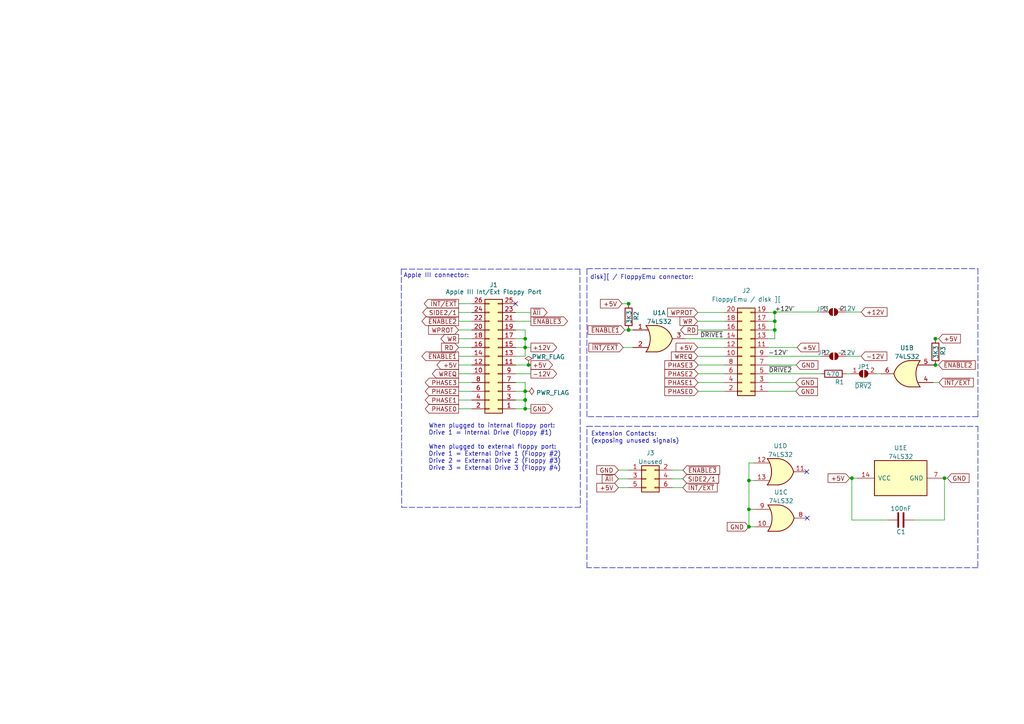
<source format=kicad_sch>
(kicad_sch (version 20211123) (generator eeschema)
  (paper "A4")
  (title_block (title "Apple III to disk ][ / FloppyEmu adapter") (date "2023-06-10") (rev "2.1") (company "Thorsten Brehm"))
  (lib_symbols
    (symbol "74xx:74LS32" (pin_names (offset 1.016))
      (property "Reference" "U" (at 0 1.27 0))
      (property "Value" "74LS32" (at 0 -1.27 0))
      (symbol "74LS32_1_1"
        (arc (start -3.81 -3.81) (mid -2.589 0) (end -3.81 3.81) (stroke (width 0.254)))
        (arc (start -0.6096 -3.81) (mid 2.1842 -2.5851) (end 3.81 0) (stroke (width 0.254)) (fill (type background)))
        (polyline (pts (xy -3.81 -3.81) (xy -0.635 -3.81)) (stroke (width 0.254)) (fill (type background)))
        (polyline (pts (xy -3.81 3.81) (xy -0.635 3.81)) (stroke (width 0.254)) (fill (type background)))
        (polyline (pts (xy -0.635 3.81) (xy -3.81 3.81) (xy -3.81 3.81) (xy -3.556 3.4036) (xy -3.0226 2.2606) (xy -2.6924 1.0414) (xy -2.6162 -0.254) (xy -2.7686 -1.4986) (xy -3.175 -2.7178) (xy -3.81 -3.81) (xy -3.81 -3.81) (xy -0.635 -3.81)) (stroke (width -25.4)) (fill (type background)))
        (arc (start 3.81 0) (mid 2.1915 2.5936) (end -0.6096 3.81) (stroke (width 0.254)) (fill (type background)))
        (pin input line (at -7.62 2.54 0) (length 4.318) (name "~") (number "1"))
        (pin input line (at -7.62 -2.54 0) (length 4.318) (name "~") (number "2"))
        (pin output line (at 7.62 0 180) (length 3.81) (name "~") (number "3"))
      )
      (symbol "74LS32_1_2"
        (arc (start 0 -3.81) (mid 3.81 0) (end 0 3.81) (stroke (width 0.254)) (fill (type background)))
        (polyline (pts (xy 0 3.81) (xy -3.81 3.81) (xy -3.81 -3.81) (xy 0 -3.81)) (stroke (width 0.254)) (fill (type background)))
        (pin input inverted (at -7.62 2.54 0) (length 3.81) (name "~") (number "1"))
        (pin input inverted (at -7.62 -2.54 0) (length 3.81) (name "~") (number "2"))
        (pin output inverted (at 7.62 0 180) (length 3.81) (name "~") (number "3"))
      )
      (symbol "74LS32_2_1"
        (arc (start -3.81 -3.81) (mid -2.589 0) (end -3.81 3.81) (stroke (width 0.254)))
        (arc (start -0.6096 -3.81) (mid 2.1842 -2.5851) (end 3.81 0) (stroke (width 0.254)) (fill (type background)))
        (polyline (pts (xy -3.81 -3.81) (xy -0.635 -3.81)) (stroke (width 0.254)) (fill (type background)))
        (polyline (pts (xy -3.81 3.81) (xy -0.635 3.81)) (stroke (width 0.254)) (fill (type background)))
        (polyline (pts (xy -0.635 3.81) (xy -3.81 3.81) (xy -3.81 3.81) (xy -3.556 3.4036) (xy -3.0226 2.2606) (xy -2.6924 1.0414) (xy -2.6162 -0.254) (xy -2.7686 -1.4986) (xy -3.175 -2.7178) (xy -3.81 -3.81) (xy -3.81 -3.81) (xy -0.635 -3.81)) (stroke (width -25.4)) (fill (type background)))
        (arc (start 3.81 0) (mid 2.1915 2.5936) (end -0.6096 3.81) (stroke (width 0.254)) (fill (type background)))
        (pin input line (at -7.62 2.54 0) (length 4.318) (name "~") (number "4"))
        (pin input line (at -7.62 -2.54 0) (length 4.318) (name "~") (number "5"))
        (pin output line (at 7.62 0 180) (length 3.81) (name "~") (number "6"))
      )
      (symbol "74LS32_2_2"
        (arc (start 0 -3.81) (mid 3.81 0) (end 0 3.81) (stroke (width 0.254)) (fill (type background)))
        (polyline (pts (xy 0 3.81) (xy -3.81 3.81) (xy -3.81 -3.81) (xy 0 -3.81)) (stroke (width 0.254)) (fill (type background)))
        (pin input inverted (at -7.62 2.54 0) (length 3.81) (name "~") (number "4"))
        (pin input inverted (at -7.62 -2.54 0) (length 3.81) (name "~") (number "5"))
        (pin output inverted (at 7.62 0 180) (length 3.81) (name "~") (number "6"))
      )
      (symbol "74LS32_3_1"
        (arc (start -3.81 -3.81) (mid -2.589 0) (end -3.81 3.81) (stroke (width 0.254)))
        (arc (start -0.6096 -3.81) (mid 2.1842 -2.5851) (end 3.81 0) (stroke (width 0.254)) (fill (type background)))
        (polyline (pts (xy -3.81 -3.81) (xy -0.635 -3.81)) (stroke (width 0.254)) (fill (type background)))
        (polyline (pts (xy -3.81 3.81) (xy -0.635 3.81)) (stroke (width 0.254)) (fill (type background)))
        (polyline (pts (xy -0.635 3.81) (xy -3.81 3.81) (xy -3.81 3.81) (xy -3.556 3.4036) (xy -3.0226 2.2606) (xy -2.6924 1.0414) (xy -2.6162 -0.254) (xy -2.7686 -1.4986) (xy -3.175 -2.7178) (xy -3.81 -3.81) (xy -3.81 -3.81) (xy -0.635 -3.81)) (stroke (width -25.4)) (fill (type background)))
        (arc (start 3.81 0) (mid 2.1915 2.5936) (end -0.6096 3.81) (stroke (width 0.254)) (fill (type background)))
        (pin input line (at -7.62 -2.54 0) (length 4.318) (name "~") (number "10"))
        (pin output line (at 7.62 0 180) (length 3.81) (name "~") (number "8"))
        (pin input line (at -7.62 2.54 0) (length 4.318) (name "~") (number "9"))
      )
      (symbol "74LS32_3_2"
        (arc (start 0 -3.81) (mid 3.81 0) (end 0 3.81) (stroke (width 0.254)) (fill (type background)))
        (polyline (pts (xy 0 3.81) (xy -3.81 3.81) (xy -3.81 -3.81) (xy 0 -3.81)) (stroke (width 0.254)) (fill (type background)))
        (pin input inverted (at -7.62 -2.54 0) (length 3.81) (name "~") (number "10"))
        (pin output inverted (at 7.62 0 180) (length 3.81) (name "~") (number "8"))
        (pin input inverted (at -7.62 2.54 0) (length 3.81) (name "~") (number "9"))
      )
      (symbol "74LS32_4_1"
        (arc (start -3.81 -3.81) (mid -2.589 0) (end -3.81 3.81) (stroke (width 0.254)))
        (arc (start -0.6096 -3.81) (mid 2.1842 -2.5851) (end 3.81 0) (stroke (width 0.254)) (fill (type background)))
        (polyline (pts (xy -3.81 -3.81) (xy -0.635 -3.81)) (stroke (width 0.254)) (fill (type background)))
        (polyline (pts (xy -3.81 3.81) (xy -0.635 3.81)) (stroke (width 0.254)) (fill (type background)))
        (polyline (pts (xy -0.635 3.81) (xy -3.81 3.81) (xy -3.81 3.81) (xy -3.556 3.4036) (xy -3.0226 2.2606) (xy -2.6924 1.0414) (xy -2.6162 -0.254) (xy -2.7686 -1.4986) (xy -3.175 -2.7178) (xy -3.81 -3.81) (xy -3.81 -3.81) (xy -0.635 -3.81)) (stroke (width -25.4)) (fill (type background)))
        (arc (start 3.81 0) (mid 2.1915 2.5936) (end -0.6096 3.81) (stroke (width 0.254)) (fill (type background)))
        (pin output line (at 7.62 0 180) (length 3.81) (name "~") (number "11"))
        (pin input line (at -7.62 2.54 0) (length 4.318) (name "~") (number "12"))
        (pin input line (at -7.62 -2.54 0) (length 4.318) (name "~") (number "13"))
      )
      (symbol "74LS32_4_2"
        (arc (start 0 -3.81) (mid 3.81 0) (end 0 3.81) (stroke (width 0.254)) (fill (type background)))
        (polyline (pts (xy 0 3.81) (xy -3.81 3.81) (xy -3.81 -3.81) (xy 0 -3.81)) (stroke (width 0.254)) (fill (type background)))
        (pin output inverted (at 7.62 0 180) (length 3.81) (name "~") (number "11"))
        (pin input inverted (at -7.62 2.54 0) (length 3.81) (name "~") (number "12"))
        (pin input inverted (at -7.62 -2.54 0) (length 3.81) (name "~") (number "13"))
      )
      (symbol "74LS32_5_0"
        (pin power_in line (at 0 12.7 270) (length 5.08) (name "VCC") (number "14"))
        (pin power_in line (at 0 -12.7 90) (length 5.08) (name "GND") (number "7"))
      )
      (symbol "74LS32_5_1"
        (rectangle (start -5.08 7.62) (end 5.08 -7.62) (stroke (width 0.254)) (fill (type background)))
      )
    )
    (symbol "Connector_Generic:Conn_02x03_Odd_Even" (pin_names (offset 1.016) hide)
      (property "Reference" "J" (at 1.27 5.08 0))
      (property "Value" "Conn_02x03_Odd_Even" (at 1.27 -5.08 0))
      (symbol "Conn_02x03_Odd_Even_1_1"
        (rectangle (start -1.27 -2.413) (end 0 -2.667) (stroke (width 0.1524)))
        (rectangle (start -1.27 0.127) (end 0 -0.127) (stroke (width 0.1524)))
        (rectangle (start -1.27 2.667) (end 0 2.413) (stroke (width 0.1524)))
        (rectangle (start -1.27 3.81) (end 3.81 -3.81) (stroke (width 0.254)) (fill (type background)))
        (rectangle (start 3.81 -2.413) (end 2.54 -2.667) (stroke (width 0.1524)))
        (rectangle (start 3.81 0.127) (end 2.54 -0.127) (stroke (width 0.1524)))
        (rectangle (start 3.81 2.667) (end 2.54 2.413) (stroke (width 0.1524)))
        (pin passive line (at -5.08 2.54 0) (length 3.81) (name "Pin_1") (number "1"))
        (pin passive line (at 7.62 2.54 180) (length 3.81) (name "Pin_2") (number "2"))
        (pin passive line (at -5.08 0 0) (length 3.81) (name "Pin_3") (number "3"))
        (pin passive line (at 7.62 0 180) (length 3.81) (name "Pin_4") (number "4"))
        (pin passive line (at -5.08 -2.54 0) (length 3.81) (name "Pin_5") (number "5"))
        (pin passive line (at 7.62 -2.54 180) (length 3.81) (name "Pin_6") (number "6"))
      )
    )
    (symbol "Connector_Generic:Conn_02x10_Odd_Even" (pin_names (offset 1.016) hide)
      (property "Reference" "J" (at 1.27 12.7 0))
      (property "Value" "Conn_02x10_Odd_Even" (at 1.27 -15.24 0))
      (symbol "Conn_02x10_Odd_Even_1_1"
        (rectangle (start -1.27 -12.573) (end 0 -12.827) (stroke (width 0.1524)))
        (rectangle (start -1.27 -10.033) (end 0 -10.287) (stroke (width 0.1524)))
        (rectangle (start -1.27 -7.493) (end 0 -7.747) (stroke (width 0.1524)))
        (rectangle (start -1.27 -4.953) (end 0 -5.207) (stroke (width 0.1524)))
        (rectangle (start -1.27 -2.413) (end 0 -2.667) (stroke (width 0.1524)))
        (rectangle (start -1.27 0.127) (end 0 -0.127) (stroke (width 0.1524)))
        (rectangle (start -1.27 2.667) (end 0 2.413) (stroke (width 0.1524)))
        (rectangle (start -1.27 5.207) (end 0 4.953) (stroke (width 0.1524)))
        (rectangle (start -1.27 7.747) (end 0 7.493) (stroke (width 0.1524)))
        (rectangle (start -1.27 10.287) (end 0 10.033) (stroke (width 0.1524)))
        (rectangle (start -1.27 11.43) (end 3.81 -13.97) (stroke (width 0.254)) (fill (type background)))
        (rectangle (start 3.81 -12.573) (end 2.54 -12.827) (stroke (width 0.1524)))
        (rectangle (start 3.81 -10.033) (end 2.54 -10.287) (stroke (width 0.1524)))
        (rectangle (start 3.81 -7.493) (end 2.54 -7.747) (stroke (width 0.1524)))
        (rectangle (start 3.81 -4.953) (end 2.54 -5.207) (stroke (width 0.1524)))
        (rectangle (start 3.81 -2.413) (end 2.54 -2.667) (stroke (width 0.1524)))
        (rectangle (start 3.81 0.127) (end 2.54 -0.127) (stroke (width 0.1524)))
        (rectangle (start 3.81 2.667) (end 2.54 2.413) (stroke (width 0.1524)))
        (rectangle (start 3.81 5.207) (end 2.54 4.953) (stroke (width 0.1524)))
        (rectangle (start 3.81 7.747) (end 2.54 7.493) (stroke (width 0.1524)))
        (rectangle (start 3.81 10.287) (end 2.54 10.033) (stroke (width 0.1524)))
        (pin passive line (at -5.08 10.16 0) (length 3.81) (name "Pin_1") (number "1"))
        (pin passive line (at 7.62 0 180) (length 3.81) (name "Pin_10") (number "10"))
        (pin passive line (at -5.08 -2.54 0) (length 3.81) (name "Pin_11") (number "11"))
        (pin passive line (at 7.62 -2.54 180) (length 3.81) (name "Pin_12") (number "12"))
        (pin passive line (at -5.08 -5.08 0) (length 3.81) (name "Pin_13") (number "13"))
        (pin passive line (at 7.62 -5.08 180) (length 3.81) (name "Pin_14") (number "14"))
        (pin passive line (at -5.08 -7.62 0) (length 3.81) (name "Pin_15") (number "15"))
        (pin passive line (at 7.62 -7.62 180) (length 3.81) (name "Pin_16") (number "16"))
        (pin passive line (at -5.08 -10.16 0) (length 3.81) (name "Pin_17") (number "17"))
        (pin passive line (at 7.62 -10.16 180) (length 3.81) (name "Pin_18") (number "18"))
        (pin passive line (at -5.08 -12.7 0) (length 3.81) (name "Pin_19") (number "19"))
        (pin passive line (at 7.62 10.16 180) (length 3.81) (name "Pin_2") (number "2"))
        (pin passive line (at 7.62 -12.7 180) (length 3.81) (name "Pin_20") (number "20"))
        (pin passive line (at -5.08 7.62 0) (length 3.81) (name "Pin_3") (number "3"))
        (pin passive line (at 7.62 7.62 180) (length 3.81) (name "Pin_4") (number "4"))
        (pin passive line (at -5.08 5.08 0) (length 3.81) (name "Pin_5") (number "5"))
        (pin passive line (at 7.62 5.08 180) (length 3.81) (name "Pin_6") (number "6"))
        (pin passive line (at -5.08 2.54 0) (length 3.81) (name "Pin_7") (number "7"))
        (pin passive line (at 7.62 2.54 180) (length 3.81) (name "Pin_8") (number "8"))
        (pin passive line (at -5.08 0 0) (length 3.81) (name "Pin_9") (number "9"))
      )
    )
    (symbol "Connector_Generic:Conn_02x13_Odd_Even" (pin_names (offset 1.016) hide)
      (property "Reference" "J" (at 1.27 17.78 0))
      (property "Value" "Conn_02x13_Odd_Even" (at 1.27 -17.78 0))
      (symbol "Conn_02x13_Odd_Even_1_1"
        (rectangle (start -1.27 -15.113) (end 0 -15.367) (stroke (width 0.1524)))
        (rectangle (start -1.27 -12.573) (end 0 -12.827) (stroke (width 0.1524)))
        (rectangle (start -1.27 -10.033) (end 0 -10.287) (stroke (width 0.1524)))
        (rectangle (start -1.27 -7.493) (end 0 -7.747) (stroke (width 0.1524)))
        (rectangle (start -1.27 -4.953) (end 0 -5.207) (stroke (width 0.1524)))
        (rectangle (start -1.27 -2.413) (end 0 -2.667) (stroke (width 0.1524)))
        (rectangle (start -1.27 0.127) (end 0 -0.127) (stroke (width 0.1524)))
        (rectangle (start -1.27 2.667) (end 0 2.413) (stroke (width 0.1524)))
        (rectangle (start -1.27 5.207) (end 0 4.953) (stroke (width 0.1524)))
        (rectangle (start -1.27 7.747) (end 0 7.493) (stroke (width 0.1524)))
        (rectangle (start -1.27 10.287) (end 0 10.033) (stroke (width 0.1524)))
        (rectangle (start -1.27 12.827) (end 0 12.573) (stroke (width 0.1524)))
        (rectangle (start -1.27 15.367) (end 0 15.113) (stroke (width 0.1524)))
        (rectangle (start -1.27 16.51) (end 3.81 -16.51) (stroke (width 0.254)) (fill (type background)))
        (rectangle (start 3.81 -15.113) (end 2.54 -15.367) (stroke (width 0.1524)))
        (rectangle (start 3.81 -12.573) (end 2.54 -12.827) (stroke (width 0.1524)))
        (rectangle (start 3.81 -10.033) (end 2.54 -10.287) (stroke (width 0.1524)))
        (rectangle (start 3.81 -7.493) (end 2.54 -7.747) (stroke (width 0.1524)))
        (rectangle (start 3.81 -4.953) (end 2.54 -5.207) (stroke (width 0.1524)))
        (rectangle (start 3.81 -2.413) (end 2.54 -2.667) (stroke (width 0.1524)))
        (rectangle (start 3.81 0.127) (end 2.54 -0.127) (stroke (width 0.1524)))
        (rectangle (start 3.81 2.667) (end 2.54 2.413) (stroke (width 0.1524)))
        (rectangle (start 3.81 5.207) (end 2.54 4.953) (stroke (width 0.1524)))
        (rectangle (start 3.81 7.747) (end 2.54 7.493) (stroke (width 0.1524)))
        (rectangle (start 3.81 10.287) (end 2.54 10.033) (stroke (width 0.1524)))
        (rectangle (start 3.81 12.827) (end 2.54 12.573) (stroke (width 0.1524)))
        (rectangle (start 3.81 15.367) (end 2.54 15.113) (stroke (width 0.1524)))
        (pin passive line (at -5.08 15.24 0) (length 3.81) (name "Pin_1") (number "1"))
        (pin passive line (at 7.62 5.08 180) (length 3.81) (name "Pin_10") (number "10"))
        (pin passive line (at -5.08 2.54 0) (length 3.81) (name "Pin_11") (number "11"))
        (pin passive line (at 7.62 2.54 180) (length 3.81) (name "Pin_12") (number "12"))
        (pin passive line (at -5.08 0 0) (length 3.81) (name "Pin_13") (number "13"))
        (pin passive line (at 7.62 0 180) (length 3.81) (name "Pin_14") (number "14"))
        (pin passive line (at -5.08 -2.54 0) (length 3.81) (name "Pin_15") (number "15"))
        (pin passive line (at 7.62 -2.54 180) (length 3.81) (name "Pin_16") (number "16"))
        (pin passive line (at -5.08 -5.08 0) (length 3.81) (name "Pin_17") (number "17"))
        (pin passive line (at 7.62 -5.08 180) (length 3.81) (name "Pin_18") (number "18"))
        (pin passive line (at -5.08 -7.62 0) (length 3.81) (name "Pin_19") (number "19"))
        (pin passive line (at 7.62 15.24 180) (length 3.81) (name "Pin_2") (number "2"))
        (pin passive line (at 7.62 -7.62 180) (length 3.81) (name "Pin_20") (number "20"))
        (pin passive line (at -5.08 -10.16 0) (length 3.81) (name "Pin_21") (number "21"))
        (pin passive line (at 7.62 -10.16 180) (length 3.81) (name "Pin_22") (number "22"))
        (pin passive line (at -5.08 -12.7 0) (length 3.81) (name "Pin_23") (number "23"))
        (pin passive line (at 7.62 -12.7 180) (length 3.81) (name "Pin_24") (number "24"))
        (pin passive line (at -5.08 -15.24 0) (length 3.81) (name "Pin_25") (number "25"))
        (pin passive line (at 7.62 -15.24 180) (length 3.81) (name "Pin_26") (number "26"))
        (pin passive line (at -5.08 12.7 0) (length 3.81) (name "Pin_3") (number "3"))
        (pin passive line (at 7.62 12.7 180) (length 3.81) (name "Pin_4") (number "4"))
        (pin passive line (at -5.08 10.16 0) (length 3.81) (name "Pin_5") (number "5"))
        (pin passive line (at 7.62 10.16 180) (length 3.81) (name "Pin_6") (number "6"))
        (pin passive line (at -5.08 7.62 0) (length 3.81) (name "Pin_7") (number "7"))
        (pin passive line (at 7.62 7.62 180) (length 3.81) (name "Pin_8") (number "8"))
        (pin passive line (at -5.08 5.08 0) (length 3.81) (name "Pin_9") (number "9"))
      )
    )
    (symbol "Device:C" (pin_numbers hide) (pin_names (offset 0.254))
      (property "Reference" "C" (at 0.635 2.54 0))
      (property "Value" "C" (at 0.635 -2.54 0))
      (symbol "C_0_1"
        (polyline (pts (xy -2.032 -0.762) (xy 2.032 -0.762)) (stroke (width 0.508)))
        (polyline (pts (xy -2.032 0.762) (xy 2.032 0.762)) (stroke (width 0.508)))
      )
      (symbol "C_1_1"
        (pin passive line (at 0 3.81 270) (length 2.794) (name "~") (number "1"))
        (pin passive line (at 0 -3.81 90) (length 2.794) (name "~") (number "2"))
      )
    )
    (symbol "Device:R" (pin_numbers hide) (pin_names (offset 0))
      (property "Reference" "R" (at 2.032 0 90))
      (property "Value" "R" (at 0 0 90))
      (symbol "R_0_1"
        (rectangle (start -1.016 -2.54) (end 1.016 2.54) (stroke (width 0.254)))
      )
      (symbol "R_1_1"
        (pin passive line (at 0 3.81 270) (length 1.27) (name "~") (number "1"))
        (pin passive line (at 0 -3.81 90) (length 1.27) (name "~") (number "2"))
      )
    )
    (symbol "Jumper:SolderJumper_2_Open" (pin_names (offset 0) hide)
      (property "Reference" "JP" (at 0 2.032 0))
      (property "Value" "SolderJumper_2_Open" (at 0 -2.54 0))
      (symbol "SolderJumper_2_Open_0_1"
        (arc (start -0.254 1.016) (mid -1.27 0) (end -0.254 -1.016))
        (arc (start -0.254 1.016) (mid -1.27 0) (end -0.254 -1.016) (fill (type outline)))
        (polyline (pts (xy -0.254 1.016) (xy -0.254 -1.016)))
        (polyline (pts (xy 0.254 1.016) (xy 0.254 -1.016)))
        (arc (start 0.254 -1.016) (mid 1.27 0) (end 0.254 1.016))
        (arc (start 0.254 -1.016) (mid 1.27 0) (end 0.254 1.016) (fill (type outline)))
      )
      (symbol "SolderJumper_2_Open_1_1"
        (pin passive line (at -3.81 0 0) (length 2.54) (name "A") (number "1"))
        (pin passive line (at 3.81 0 180) (length 2.54) (name "B") (number "2"))
      )
    )
    (symbol "power:PWR_FLAG" (power) (pin_numbers hide) (pin_names (offset 0) hide)
      (property "Value" "PWR_FLAG" (at 0 3.81 0))
      (symbol "PWR_FLAG_0_0"
        (pin power_out line (at 0 0 90) (length 0) (name "pwr") (number "1"))
      )
      (symbol "PWR_FLAG_0_1"
        (polyline (pts (xy 0 0) (xy 0 1.27) (xy -1.016 1.905) (xy 0 2.54) (xy 1.016 1.905) (xy 0 1.27)))
      )
    )
  )
  (junction (at 217.2208 152.781))
  (junction (at 271.2974 105.8672))
  (junction (at 224.7138 93.1672))
  (junction (at 152.3238 113.4872))
  (junction (at 217.2208 139.3698))
  (junction (at 152.3238 116.0272))
  (junction (at 152.3238 118.5672))
  (junction (at 152.3238 98.2472))
  (junction (at 247.0658 138.684))
  (junction (at 152.3238 116.0018))
  (junction (at 182.3212 88.0872))
  (junction (at 217.2208 147.7264))
  (junction (at 224.7138 95.7072))
  (junction (at 153.3144 105.8672))
  (junction (at 182.3212 95.7072))
  (junction (at 271.2974 98.2472))
  (junction (at 152.3238 100.7872))
  (junction (at 273.939 138.684))
  (junction (at 224.7138 90.6272))
  (no_connect (at 234.1372 150.2664))
  (no_connect (at 149.5298 88.0872))
  (no_connect (at 233.9848 136.8298))
  (wire (pts (xy 133.0198 105.8672) (xy 136.8298 105.8672)))
  (wire (pts (xy 202.3618 93.1672) (xy 210.1088 93.1672)))
  (wire (pts (xy 245.5418 108.4072) (xy 246.6848 108.4072)))
  (wire (pts (xy 217.2208 152.8064) (xy 218.8972 152.8064)))
  (wire (pts (xy 152.3238 100.7872) (xy 152.3238 103.3272)))
  (polyline (pts (xy 267.2588 120.8532) (xy 176.8348 120.8532)))
  (wire (pts (xy 149.5298 90.6272) (xy 153.9748 90.6272)))
  (wire (pts (xy 133.0198 90.6272) (xy 136.8298 90.6272)))
  (wire (pts (xy 257.4798 150.8252) (xy 247.0658 150.8252)))
  (wire (pts (xy 271.2974 105.8672) (xy 272.2118 105.8672)))
  (wire (pts (xy 149.5298 100.7872) (xy 152.3238 100.7872)))
  (wire (pts (xy 149.5298 98.2472) (xy 152.3238 98.2472)))
  (wire (pts (xy 152.3238 100.7872) (xy 153.9748 100.7872)))
  (wire (pts (xy 133.0198 116.0272) (xy 136.8298 116.0272)))
  (wire (pts (xy 149.5298 113.4872) (xy 152.3238 113.4872)))
  (polyline (pts (xy 116.3828 78.0542) (xy 116.5098 147.1422)))
  (wire (pts (xy 271.2974 98.2218) (xy 271.2974 98.2472)))
  (wire (pts (xy 149.5298 118.5672) (xy 152.3238 118.5672)))
  (wire (pts (xy 152.3238 110.9472) (xy 152.3238 113.4872)))
  (wire (pts (xy 194.9958 141.4272) (xy 198.0438 141.4272)))
  (wire (pts (xy 202.3618 100.7872) (xy 210.1088 100.7872)))
  (polyline (pts (xy 267.3858 77.9272) (xy 283.6418 77.9272)))
  (wire (pts (xy 179.3748 141.4272) (xy 182.2958 141.4272)))
  (wire (pts (xy 272.2626 98.2218) (xy 271.2974 98.2218)))
  (wire (pts (xy 222.8088 93.1672) (xy 224.7138 93.1672)))
  (wire (pts (xy 152.3238 118.5672) (xy 153.9748 118.5672)))
  (wire (pts (xy 202.3618 90.6272) (xy 210.1088 90.6272)))
  (wire (pts (xy 202.3618 103.3272) (xy 210.1088 103.3272)))
  (polyline (pts (xy 116.3828 78.0542) (xy 168.1988 78.0542)))
  (wire (pts (xy 224.7138 95.7072) (xy 224.7138 93.1672)))
  (wire (pts (xy 217.2208 147.7264) (xy 218.8972 147.7264)))
  (polyline (pts (xy 187.2488 77.9272) (xy 267.3858 77.9272)))
  (wire (pts (xy 217.2208 147.7264) (xy 217.2208 152.781)))
  (wire (pts (xy 181.2036 95.7072) (xy 182.3212 95.7072)))
  (wire (pts (xy 218.7448 134.2898) (xy 217.2208 134.2898)))
  (wire (pts (xy 217.2208 139.3698) (xy 217.2208 147.7264)))
  (wire (pts (xy 194.9958 136.3472) (xy 198.0946 136.3472)))
  (wire (pts (xy 179.3748 138.8872) (xy 182.2958 138.8872)))
  (wire (pts (xy 222.8088 105.8672) (xy 230.9368 105.8672)))
  (wire (pts (xy 198.8058 98.2472) (xy 210.1088 98.2472)))
  (wire (pts (xy 133.0198 118.5672) (xy 136.8298 118.5672)))
  (wire (pts (xy 153.3144 105.8672) (xy 153.9748 105.8672)))
  (polyline (pts (xy 187.1218 123.6472) (xy 267.3858 123.6472)))
  (wire (pts (xy 149.5298 108.4072) (xy 153.9748 108.4072)))
  (wire (pts (xy 222.8088 95.7072) (xy 224.7138 95.7072)))
  (wire (pts (xy 152.3238 98.2472) (xy 152.3238 100.7872)))
  (wire (pts (xy 182.3212 88.0872) (xy 182.3212 88.138)))
  (wire (pts (xy 270.6878 110.9472) (xy 272.3388 110.9472)))
  (wire (pts (xy 152.3238 113.4872) (xy 152.3238 116.0018)))
  (polyline (pts (xy 170.2308 123.6472) (xy 187.3758 123.6472)))
  (polyline (pts (xy 283.6418 77.9272) (xy 283.6418 120.8532)))
  (polyline (pts (xy 170.2308 120.8532) (xy 170.2308 77.9272)))
  (wire (pts (xy 245.6688 103.3272) (xy 249.7328 103.3272)))
  (wire (pts (xy 230.8098 113.4872) (xy 222.8088 113.4872)))
  (wire (pts (xy 133.0198 88.0872) (xy 136.8298 88.0872)))
  (polyline (pts (xy 170.2308 146.7612) (xy 170.2308 123.6472)))
  (wire (pts (xy 152.3238 95.7072) (xy 152.3238 98.2472)))
  (wire (pts (xy 149.5298 110.9472) (xy 152.3238 110.9472)))
  (wire (pts (xy 273.939 138.684) (xy 273.939 150.8252)))
  (wire (pts (xy 224.7138 93.1672) (xy 224.7138 90.6272)))
  (wire (pts (xy 222.8088 98.2472) (xy 224.7138 98.2472)))
  (polyline (pts (xy 266.8778 123.6472) (xy 283.6418 123.6472)))
  (wire (pts (xy 149.5298 93.1672) (xy 153.9748 93.1672)))
  (wire (pts (xy 133.0198 95.7072) (xy 136.8298 95.7072)))
  (wire (pts (xy 210.1088 113.4872) (xy 202.4888 113.4872)))
  (wire (pts (xy 149.5298 116.0272) (xy 152.3238 116.0272)))
  (wire (pts (xy 224.7138 90.6272) (xy 225.2218 90.5002)))
  (wire (pts (xy 133.0198 98.2472) (xy 136.8298 98.2472)))
  (wire (pts (xy 273.939 150.8252) (xy 265.0998 150.8252)))
  (polyline (pts (xy 283.6418 120.8532) (xy 266.8778 120.8532)))
  (wire (pts (xy 225.2218 90.5002) (xy 237.9218 90.5002)))
  (polyline (pts (xy 168.3258 147.1422) (xy 116.5098 147.1422)))
  (polyline (pts (xy 170.2308 164.6682) (xy 170.2308 146.5834)))
  (wire (pts (xy 133.0198 113.4872) (xy 136.8298 113.4872)))
  (wire (pts (xy 222.8088 103.3272) (xy 238.0488 103.3272)))
  (wire (pts (xy 222.8088 110.9472) (xy 230.8098 110.9472)))
  (wire (pts (xy 273.939 138.684) (xy 274.7772 138.684)))
  (wire (pts (xy 202.3618 95.7072) (xy 210.1088 95.7072)))
  (wire (pts (xy 222.8088 100.7872) (xy 231.1908 100.7872)))
  (wire (pts (xy 202.4888 105.8672) (xy 210.1088 105.8672)))
  (wire (pts (xy 152.3238 103.3272) (xy 149.5298 103.3272)))
  (wire (pts (xy 152.3238 116.0272) (xy 152.3238 118.5672)))
  (wire (pts (xy 182.3212 95.7072) (xy 183.5658 95.7072)))
  (polyline (pts (xy 176.8348 120.8532) (xy 170.2308 120.8532)))
  (wire (pts (xy 133.0198 93.1672) (xy 136.8298 93.1672)))
  (wire (pts (xy 202.4888 108.4072) (xy 210.1088 108.4072)))
  (polyline (pts (xy 186.6138 77.9272) (xy 187.2488 77.9272)))
  (polyline (pts (xy 283.6418 123.6472) (xy 283.6418 146.7612)))
  (wire (pts (xy 180.4416 88.0872) (xy 182.3212 88.0872)))
  (wire (pts (xy 194.9958 138.8872) (xy 198.0438 138.8872)))
  (wire (pts (xy 179.3748 136.3472) (xy 182.2958 136.3472)))
  (wire (pts (xy 152.3238 116.0018) (xy 152.3238 116.0272)))
  (wire (pts (xy 133.0198 108.4072) (xy 136.8298 108.4072)))
  (wire (pts (xy 217.2208 152.781) (xy 217.2208 152.8064)))
  (wire (pts (xy 217.2208 134.2898) (xy 217.2208 139.3698)))
  (wire (pts (xy 245.5418 90.5002) (xy 249.7836 90.5002)))
  (wire (pts (xy 180.7718 100.7872) (xy 183.5658 100.7872)))
  (wire (pts (xy 254.3048 108.4072) (xy 255.4478 108.4072)))
  (wire (pts (xy 270.6878 105.8672) (xy 271.2974 105.8672)))
  (wire (pts (xy 133.0198 103.3272) (xy 136.8298 103.3272)))
  (wire (pts (xy 149.5298 105.8672) (xy 153.3144 105.8672)))
  (wire (pts (xy 133.0198 110.9472) (xy 136.8298 110.9472)))
  (wire (pts (xy 222.8088 108.4072) (xy 237.9218 108.4072)))
  (polyline (pts (xy 168.1988 78.0542) (xy 168.3258 147.1422)))
  (wire (pts (xy 218.7448 139.3698) (xy 217.2208 139.3698)))
  (wire (pts (xy 246.4562 138.684) (xy 247.0658 138.684)))
  (wire (pts (xy 133.0198 100.7872) (xy 136.8298 100.7872)))
  (polyline (pts (xy 170.2308 77.9272) (xy 187.3758 77.9272)))
  (polyline (pts (xy 283.6164 146.7358) (xy 283.6164 164.6682)))
  (wire (pts (xy 224.7138 98.2472) (xy 224.7138 95.7072)))
  (wire (pts (xy 247.0658 138.684) (xy 247.0658 150.8252)))
  (polyline (pts (xy 283.6164 164.6682) (xy 170.2308 164.6682)))
  (wire (pts (xy 149.5298 95.7072) (xy 152.3238 95.7072)))
  (wire (pts (xy 247.0658 138.684) (xy 248.539 138.684)))
  (wire (pts (xy 222.8088 90.6272) (xy 224.7138 90.6272)))
  (wire (pts (xy 202.4888 110.9472) (xy 210.1088 110.9472)))
  (text "Extension Contacts:\n(exposing unused signals)" (at 171.3738 128.7272 0) (effects (font (size 1.27 1.27)) (justify left bottom)))
  (text "When plugged to internal floppy port:\nDrive 1 = Internal Drive (Floppy #1)\n\nWhen plugged to external floppy port:\nDrive 1 = External Drive 1 (Floppy #2)\nDrive 2 = External Drive 2 (Floppy #3)\nDrive 3 = External Drive 3 (Floppy #4)" (at 124.2568 136.6012 0) (effects (font (size 1.27 1.27)) (justify left bottom)))
  (text "Apple III connector:" (at 117.0178 80.7212 0) (effects (font (size 1.27 1.27)) (justify left bottom)))
  (text "disk][ / FloppyEmu connector:" (at 171.1198 81.2292 0) (effects (font (size 1.27 1.27)) (justify left bottom)))
  (label "~{DRIVE2}" (at 222.9358 108.4072 0))
  (label "+12V'" (at 224.7138 90.6272 0))
  (label "~{DRIVE1}" (at 203.073 98.2472 0))
  (label "-12V'" (at 222.8088 103.3272 0))
  (global_label "+5V" (shape input) (at 180.4416 88.0872 180) (property "Intersheet References" "${INTERSHEET_REFS}" (effects hide)))
  (global_label "PHASE2" (shape output) (at 133.0198 113.4872 180) (property "Intersheet References" "${INTERSHEET_REFS}" (effects hide)))
  (global_label "~{AII}" (shape output) (at 153.9748 90.6272 0) (property "Intersheet References" "${INTERSHEET_REFS}" (effects hide)))
  (global_label "GND" (shape input) (at 274.7772 138.684 0) (property "Intersheet References" "${INTERSHEET_REFS}" (effects hide)))
  (global_label "GND" (shape output) (at 153.9748 118.5672 0) (property "Intersheet References" "${INTERSHEET_REFS}" (effects hide)))
  (global_label "+12V" (shape output) (at 153.9748 100.7872 0) (property "Intersheet References" "${INTERSHEET_REFS}" (effects hide)))
  (global_label "+5V" (shape output) (at 153.9748 105.8672 0) (property "Intersheet References" "${INTERSHEET_REFS}" (effects hide)))
  (global_label "GND" (shape input) (at 230.9368 105.8672 0) (property "Intersheet References" "${INTERSHEET_REFS}" (effects hide)))
  (global_label "~{ENABLE1}" (shape input) (at 181.2036 95.7072 180) (property "Intersheet References" "${INTERSHEET_REFS}" (effects hide)))
  (global_label "~{AII}" (shape input) (at 179.3748 138.8872 180) (property "Intersheet References" "${INTERSHEET_REFS}" (effects hide)))
  (global_label "SIDE2{slash}1" (shape input) (at 198.0438 138.8872 0) (property "Intersheet References" "${INTERSHEET_REFS}" (effects hide)))
  (global_label "GND" (shape input) (at 217.2208 152.781 180) (property "Intersheet References" "${INTERSHEET_REFS}" (effects hide)))
  (global_label "~{ENABLE2}" (shape output) (at 133.0198 93.1672 180) (property "Intersheet References" "${INTERSHEET_REFS}" (effects hide)))
  (global_label "RD" (shape output) (at 202.3618 95.7072 180) (property "Intersheet References" "${INTERSHEET_REFS}" (effects hide)))
  (global_label "RD" (shape input) (at 133.0198 100.7872 180) (property "Intersheet References" "${INTERSHEET_REFS}" (effects hide)))
  (global_label "PHASE0" (shape input) (at 202.4888 113.4872 180) (property "Intersheet References" "${INTERSHEET_REFS}" (effects hide)))
  (global_label "GND" (shape input) (at 230.8098 110.9472 0) (property "Intersheet References" "${INTERSHEET_REFS}" (effects hide)))
  (global_label "WPROT" (shape input) (at 202.3618 90.6272 180) (property "Intersheet References" "${INTERSHEET_REFS}" (effects hide)))
  (global_label "-12V" (shape input) (at 249.7328 103.3272 0) (property "Intersheet References" "${INTERSHEET_REFS}" (effects hide)))
  (global_label "~{INT{slash}EXT}" (shape input) (at 180.7718 100.7872 180) (property "Intersheet References" "${INTERSHEET_REFS}" (effects hide)))
  (global_label "GND" (shape input) (at 179.3748 136.3472 180) (property "Intersheet References" "${INTERSHEET_REFS}" (effects hide)))
  (global_label "WR" (shape input) (at 202.3618 93.1672 180) (property "Intersheet References" "${INTERSHEET_REFS}" (effects hide)))
  (global_label "+5V" (shape input) (at 231.1908 100.7872 0) (property "Intersheet References" "${INTERSHEET_REFS}" (effects hide)))
  (global_label "~{INT{slash}EXT}" (shape output) (at 133.0198 88.0872 180) (property "Intersheet References" "${INTERSHEET_REFS}" (effects hide)))
  (global_label "WREQ" (shape input) (at 202.3618 103.3272 180) (property "Intersheet References" "${INTERSHEET_REFS}" (effects hide)))
  (global_label "~{ENABLE3}" (shape output) (at 153.9748 93.1672 0) (property "Intersheet References" "${INTERSHEET_REFS}" (effects hide)))
  (global_label "~{ENABLE1}" (shape output) (at 133.0198 103.3272 180) (property "Intersheet References" "${INTERSHEET_REFS}" (effects hide)))
  (global_label "+12V" (shape input) (at 249.7836 90.5002 0) (property "Intersheet References" "${INTERSHEET_REFS}" (effects hide)))
  (global_label "PHASE0" (shape output) (at 133.0198 118.5672 180) (property "Intersheet References" "${INTERSHEET_REFS}" (effects hide)))
  (global_label "PHASE1" (shape output) (at 133.0198 116.0272 180) (property "Intersheet References" "${INTERSHEET_REFS}" (effects hide)))
  (global_label "~{INT{slash}EXT}" (shape input) (at 272.3388 110.9472 0) (property "Intersheet References" "${INTERSHEET_REFS}" (effects hide)))
  (global_label "~{INT{slash}EXT}" (shape input) (at 198.0438 141.4272 0) (property "Intersheet References" "${INTERSHEET_REFS}" (effects hide)))
  (global_label "WR" (shape output) (at 133.0198 98.2472 180) (property "Intersheet References" "${INTERSHEET_REFS}" (effects hide)))
  (global_label "PHASE3" (shape output) (at 133.0198 110.9472 180) (property "Intersheet References" "${INTERSHEET_REFS}" (effects hide)))
  (global_label "PHASE2" (shape input) (at 202.4888 108.4072 180) (property "Intersheet References" "${INTERSHEET_REFS}" (effects hide)))
  (global_label "+5V" (shape input) (at 179.3748 141.4272 180) (property "Intersheet References" "${INTERSHEET_REFS}" (effects hide)))
  (global_label "GND" (shape input) (at 230.8098 113.4872 0) (property "Intersheet References" "${INTERSHEET_REFS}" (effects hide)))
  (global_label "PHASE3" (shape input) (at 202.4888 105.8672 180) (property "Intersheet References" "${INTERSHEET_REFS}" (effects hide)))
  (global_label "PHASE1" (shape input) (at 202.4888 110.9472 180) (property "Intersheet References" "${INTERSHEET_REFS}" (effects hide)))
  (global_label "~{ENABLE3}" (shape input) (at 198.0946 136.3472 0) (property "Intersheet References" "${INTERSHEET_REFS}" (effects hide)))
  (global_label "+5V" (shape input) (at 272.2626 98.2218 0) (property "Intersheet References" "${INTERSHEET_REFS}" (effects hide)))
  (global_label "SIDE2{slash}1" (shape output) (at 133.0198 90.6272 180) (property "Intersheet References" "${INTERSHEET_REFS}" (effects hide)))
  (global_label "+5V" (shape output) (at 133.0198 105.8672 180) (property "Intersheet References" "${INTERSHEET_REFS}" (effects hide)))
  (global_label "-12V" (shape output) (at 153.9748 108.4072 0) (property "Intersheet References" "${INTERSHEET_REFS}" (effects hide)))
  (global_label "WREQ" (shape output) (at 133.0198 108.4072 180) (property "Intersheet References" "${INTERSHEET_REFS}" (effects hide)))
  (global_label "+5V" (shape input) (at 202.3618 100.7872 180) (property "Intersheet References" "${INTERSHEET_REFS}" (effects hide)))
  (global_label "+5V" (shape input) (at 246.4562 138.684 180) (property "Intersheet References" "${INTERSHEET_REFS}" (effects hide)))
  (global_label "~{ENABLE2}" (shape input) (at 272.2118 105.8672 0) (property "Intersheet References" "${INTERSHEET_REFS}" (effects hide)))
  (global_label "WPROT" (shape input) (at 133.0198 95.7072 180) (property "Intersheet References" "${INTERSHEET_REFS}" (effects hide)))
  (symbol (lib_id "Device:C") (at 261.2898 150.8252 90) (unit 1) (in_bom no)
    (property "Reference" "C1" (at 261.3406 154.2796 90))
    (property "Value" "100nF" (at 261.2898 147.5033 90))
    (property "Footprint" "Capacitor_THT:C_Disc_D4.7mm_W2.5mm_P5.00mm" (effects hide))
  )
  (symbol (lib_id "Connector_Generic:Conn_02x03_Odd_Even") (at 187.3758 138.8872 0) (unit 1)
    (property "Reference" "J3" (at 188.6458 131.3774 0))
    (property "Value" "Unused" (at 188.6458 133.9143 0))
    (property "Footprint" "Connector_PinHeader_2.54mm:PinHeader_2x03_P2.54mm_Vertical" (effects hide))
  )
  (symbol (lib_id "Device:R") (at 182.3212 91.8972 180) (unit 1)
    (property "Reference" "R2" (at 184.531 91.5924 90))
    (property "Value" "3K3" (at 182.4482 91.9988 90))
    (property "Footprint" "Resistor_THT:R_Axial_DIN0207_L6.3mm_D2.5mm_P10.16mm_Horizontal" (effects hide))
  )
  (symbol (lib_id "74xx:74LS32") (at 263.0678 108.4072 180) (unit 2)
    (property "Reference" "U1" (at 263.0678 100.8974 0))
    (property "Value" "74LS32" (at 263.0678 103.4343 0))
    (property "Footprint" "Package_DIP:DIP-14_W7.62mm_Socket_LongPads" (effects hide))
    (property "Datasheet" "http://www.ti.com/lit/gpn/sn74LS32" (effects hide))
  )
  (symbol (lib_id "74xx:74LS32") (at 261.239 138.684 90) (unit 5)
    (property "Reference" "U1" (at 261.239 129.9042 90))
    (property "Value" "74LS32" (at 261.239 132.4411 90))
    (property "Footprint" "Package_DIP:DIP-14_W7.62mm_Socket_LongPads" (effects hide))
    (property "Datasheet" "http://www.ti.com/lit/gpn/sn74LS32" (effects hide))
  )
  (symbol (lib_id "74xx:74LS32") (at 191.1858 98.2472 0) (unit 1)
    (property "Reference" "U1" (at 191.1858 90.7374 0))
    (property "Value" "74LS32" (at 191.1858 93.2743 0))
    (property "Footprint" "Package_DIP:DIP-14_W7.62mm_Socket_LongPads" (effects hide))
    (property "Datasheet" "http://www.ti.com/lit/gpn/sn74LS32" (effects hide))
  )
  (symbol (lib_id "74xx:74LS32") (at 226.3648 136.8298 0) (unit 4)
    (property "Reference" "U1" (at 226.3648 129.32 0))
    (property "Value" "74LS32" (at 226.3648 131.8569 0))
    (property "Footprint" "Package_DIP:DIP-14_W7.62mm_Socket_LongPads" (effects hide))
    (property "Datasheet" "http://www.ti.com/lit/gpn/sn74LS32" (effects hide))
  )
  (symbol (lib_id "power:PWR_FLAG") (at 153.3144 105.8672 0) (unit 1)
    (property "Reference" "#FLG0102" (effects hide))
    (property "Value" "PWR_FLAG" (at 159.0294 103.505 0))
  )
  (symbol (lib_id "Connector_Generic:Conn_02x10_Odd_Even") (at 217.7288 103.3272 180) (unit 1)
    (property "Reference" "J2" (at 216.4588 84.2772 0))
    (property "Value" "FloppyEmu / disk ][" (at 216.4588 86.8172 0))
    (property "Footprint" "Connector_IDC:IDC-Header_2x10_P2.54mm_Vertical" (effects hide))
  )
  (symbol (lib_id "Connector_Generic:Conn_02x13_Odd_Even") (at 144.4498 103.3272 180) (unit 1)
    (property "Reference" "J1" (at 143.1798 82.6262 0))
    (property "Value" "Apple III Int/Ext Floppy Port" (at 143.1798 84.6582 0))
    (property "Footprint" "Connector_IDC:IDC-Header_2x13_P2.54mm_Vertical" (effects hide))
  )
  (symbol (lib_id "Device:R") (at 271.2974 102.0572 180) (unit 1)
    (property "Reference" "R3" (at 273.5072 101.7524 90))
    (property "Value" "3K3" (at 271.4244 102.1588 90))
    (property "Footprint" "Resistor_THT:R_Axial_DIN0207_L6.3mm_D2.5mm_P10.16mm_Horizontal" (effects hide))
  )
  (symbol (lib_id "Device:R") (at 241.7318 108.4072 90) (unit 1)
    (property "Reference" "R1" (at 243.5098 110.8202 90))
    (property "Value" "470" (at 241.6048 108.5342 90))
    (property "Footprint" "Resistor_THT:R_Axial_DIN0207_L6.3mm_D2.5mm_P10.16mm_Horizontal" (effects hide))
  )
  (symbol (lib_id "74xx:74LS32") (at 226.5172 150.2664 0) (unit 3)
    (property "Reference" "U1" (at 226.5172 142.7566 0))
    (property "Value" "74LS32" (at 226.5172 145.2935 0))
    (property "Footprint" "Package_DIP:DIP-14_W7.62mm_Socket_LongPads" (effects hide))
    (property "Datasheet" "http://www.ti.com/lit/gpn/sn74LS32" (effects hide))
  )
  (symbol (lib_id "Jumper:SolderJumper_2_Open") (at 250.4948 108.4072 0) (unit 1)
    (property "Reference" "JP1" (at 250.4948 106.3752 0))
    (property "Value" "~{DRV2}" (at 250.3678 111.9632 0))
    (property "Footprint" "Jumper:SolderJumper-2_P1.3mm_Open_RoundedPad1.0x1.5mm" (effects hide))
  )
  (symbol (lib_id "power:PWR_FLAG") (at 152.3238 113.4872 270) (unit 1)
    (property "Reference" "#FLG0101" (effects hide))
    (property "Value" "PWR_FLAG" (at 155.4988 113.921 90) (effects (justify left)))
  )
  (symbol (lib_id "Jumper:SolderJumper_2_Open") (at 241.8588 103.3272 0) (unit 1)
    (property "Reference" "JP2" (at 238.9378 102.3112 0))
    (property "Value" "-12V" (at 245.4148 102.3112 0))
    (property "Footprint" "Jumper:SolderJumper-2_P1.3mm_Open_RoundedPad1.0x1.5mm" (effects hide))
  )
  (symbol (lib_id "Jumper:SolderJumper_2_Open") (at 241.7318 90.5002 0) (unit 1)
    (property "Reference" "JP3" (at 238.5568 89.6112 0))
    (property "Value" "+12V" (at 245.5418 89.4842 0))
    (property "Footprint" "Jumper:SolderJumper-2_P1.3mm_Open_RoundedPad1.0x1.5mm" (effects hide))
  )
)
</source>
